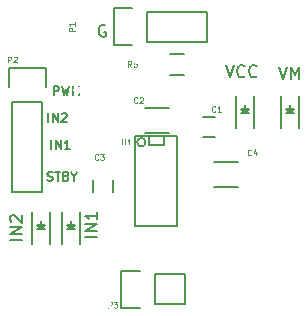
<source format=gto>
G04 #@! TF.FileFunction,Legend,Top*
%FSLAX46Y46*%
G04 Gerber Fmt 4.6, Leading zero omitted, Abs format (unit mm)*
G04 Created by KiCad (PCBNEW 0.201509151501+6198~30~ubuntu14.04.1-product) date Sun 04 Oct 2015 11:46:26 PM EDT*
%MOMM*%
G01*
G04 APERTURE LIST*
%ADD10C,0.100000*%
%ADD11C,0.152400*%
%ADD12C,0.203200*%
%ADD13C,0.150000*%
%ADD14C,0.685800*%
%ADD15R,1.000000X1.600000*%
%ADD16R,1.000000X1.250000*%
%ADD17R,1.250000X1.000000*%
%ADD18R,2.032000X1.727200*%
%ADD19O,2.032000X1.727200*%
%ADD20R,2.032000X2.032000*%
%ADD21O,2.032000X2.032000*%
%ADD22R,1.270000X0.406400*%
%ADD23R,1.198880X1.198880*%
%ADD24R,1.500000X1.300000*%
%ADD25R,1.727200X2.032000*%
%ADD26O,1.727200X2.032000*%
G04 APERTURE END LIST*
D10*
D11*
X155520572Y-113501714D02*
X155520572Y-112739714D01*
X155810857Y-112739714D01*
X155883429Y-112776000D01*
X155919714Y-112812286D01*
X155956000Y-112884857D01*
X155956000Y-112993714D01*
X155919714Y-113066286D01*
X155883429Y-113102571D01*
X155810857Y-113138857D01*
X155520572Y-113138857D01*
X156210000Y-112739714D02*
X156391429Y-113501714D01*
X156536572Y-112957429D01*
X156681714Y-113501714D01*
X156863143Y-112739714D01*
X157153429Y-113501714D02*
X157153429Y-112739714D01*
X157407429Y-113284000D01*
X157661429Y-112739714D01*
X157661429Y-113501714D01*
X155067001Y-115787714D02*
X155067001Y-115025714D01*
X155429858Y-115787714D02*
X155429858Y-115025714D01*
X155865286Y-115787714D01*
X155865286Y-115025714D01*
X156191858Y-115098286D02*
X156228144Y-115062000D01*
X156300715Y-115025714D01*
X156482144Y-115025714D01*
X156554715Y-115062000D01*
X156591001Y-115098286D01*
X156627286Y-115170857D01*
X156627286Y-115243429D01*
X156591001Y-115352286D01*
X156155572Y-115787714D01*
X156627286Y-115787714D01*
X155321001Y-118073714D02*
X155321001Y-117311714D01*
X155683858Y-118073714D02*
X155683858Y-117311714D01*
X156119286Y-118073714D01*
X156119286Y-117311714D01*
X156881286Y-118073714D02*
X156445858Y-118073714D01*
X156663572Y-118073714D02*
X156663572Y-117311714D01*
X156591001Y-117420571D01*
X156518429Y-117493143D01*
X156445858Y-117529429D01*
X154994429Y-120704429D02*
X155103286Y-120740714D01*
X155284715Y-120740714D01*
X155357286Y-120704429D01*
X155393572Y-120668143D01*
X155429857Y-120595571D01*
X155429857Y-120523000D01*
X155393572Y-120450429D01*
X155357286Y-120414143D01*
X155284715Y-120377857D01*
X155139572Y-120341571D01*
X155067000Y-120305286D01*
X155030715Y-120269000D01*
X154994429Y-120196429D01*
X154994429Y-120123857D01*
X155030715Y-120051286D01*
X155067000Y-120015000D01*
X155139572Y-119978714D01*
X155321000Y-119978714D01*
X155429857Y-120015000D01*
X155647571Y-119978714D02*
X156083000Y-119978714D01*
X155865286Y-120740714D02*
X155865286Y-119978714D01*
X156591000Y-120341571D02*
X156699857Y-120377857D01*
X156736142Y-120414143D01*
X156772428Y-120486714D01*
X156772428Y-120595571D01*
X156736142Y-120668143D01*
X156699857Y-120704429D01*
X156627285Y-120740714D01*
X156337000Y-120740714D01*
X156337000Y-119978714D01*
X156591000Y-119978714D01*
X156663571Y-120015000D01*
X156699857Y-120051286D01*
X156736142Y-120123857D01*
X156736142Y-120196429D01*
X156699857Y-120269000D01*
X156663571Y-120305286D01*
X156591000Y-120341571D01*
X156337000Y-120341571D01*
X157244142Y-120377857D02*
X157244142Y-120740714D01*
X156990142Y-119978714D02*
X157244142Y-120377857D01*
X157498142Y-119978714D01*
D12*
X159905095Y-107569000D02*
X159808333Y-107520619D01*
X159663190Y-107520619D01*
X159518048Y-107569000D01*
X159421286Y-107665762D01*
X159372905Y-107762524D01*
X159324524Y-107956048D01*
X159324524Y-108101190D01*
X159372905Y-108294714D01*
X159421286Y-108391476D01*
X159518048Y-108488238D01*
X159663190Y-108536619D01*
X159759952Y-108536619D01*
X159905095Y-108488238D01*
X159953476Y-108439857D01*
X159953476Y-108101190D01*
X159759952Y-108101190D01*
X159209619Y-125476000D02*
X158193619Y-125476000D01*
X159209619Y-124992190D02*
X158193619Y-124992190D01*
X159209619Y-124411619D01*
X158193619Y-124411619D01*
X159209619Y-123395619D02*
X159209619Y-123976190D01*
X159209619Y-123685904D02*
X158193619Y-123685904D01*
X158338762Y-123782666D01*
X158435524Y-123879428D01*
X158483905Y-123976190D01*
X152859619Y-125730000D02*
X151843619Y-125730000D01*
X152859619Y-125246190D02*
X151843619Y-125246190D01*
X152859619Y-124665619D01*
X151843619Y-124665619D01*
X151940381Y-124230190D02*
X151892000Y-124181809D01*
X151843619Y-124085047D01*
X151843619Y-123843143D01*
X151892000Y-123746381D01*
X151940381Y-123698000D01*
X152037143Y-123649619D01*
X152133905Y-123649619D01*
X152279048Y-123698000D01*
X152859619Y-124278571D01*
X152859619Y-123649619D01*
X174594762Y-111076619D02*
X174933429Y-112092619D01*
X175272095Y-111076619D01*
X175610762Y-112092619D02*
X175610762Y-111076619D01*
X175949428Y-111802333D01*
X176288095Y-111076619D01*
X176288095Y-112092619D01*
X170095334Y-110949619D02*
X170434001Y-111965619D01*
X170772667Y-110949619D01*
X171691905Y-111868857D02*
X171643524Y-111917238D01*
X171498381Y-111965619D01*
X171401619Y-111965619D01*
X171256477Y-111917238D01*
X171159715Y-111820476D01*
X171111334Y-111723714D01*
X171062953Y-111530190D01*
X171062953Y-111385048D01*
X171111334Y-111191524D01*
X171159715Y-111094762D01*
X171256477Y-110998000D01*
X171401619Y-110949619D01*
X171498381Y-110949619D01*
X171643524Y-110998000D01*
X171691905Y-111046381D01*
X172707905Y-111868857D02*
X172659524Y-111917238D01*
X172514381Y-111965619D01*
X172417619Y-111965619D01*
X172272477Y-111917238D01*
X172175715Y-111820476D01*
X172127334Y-111723714D01*
X172078953Y-111530190D01*
X172078953Y-111385048D01*
X172127334Y-111191524D01*
X172175715Y-111094762D01*
X172272477Y-110998000D01*
X172417619Y-110949619D01*
X172514381Y-110949619D01*
X172659524Y-110998000D01*
X172707905Y-111046381D01*
D13*
X171116500Y-119180500D02*
X169116500Y-119180500D01*
X169116500Y-121230500D02*
X171116500Y-121230500D01*
X169156000Y-115329600D02*
X168156000Y-115329600D01*
X168156000Y-117029600D02*
X169156000Y-117029600D01*
X163274500Y-116658500D02*
X165274500Y-116658500D01*
X165274500Y-114608500D02*
X163274500Y-114608500D01*
X160552500Y-121658000D02*
X160552500Y-120658000D01*
X158852500Y-120658000D02*
X158852500Y-121658000D01*
X152019000Y-114046000D02*
X152019000Y-121666000D01*
X154559000Y-114046000D02*
X154559000Y-121666000D01*
X154839000Y-111226000D02*
X154839000Y-112776000D01*
X152019000Y-121666000D02*
X154559000Y-121666000D01*
X154559000Y-114046000D02*
X152019000Y-114046000D01*
X151739000Y-112776000D02*
X151739000Y-111226000D01*
X151739000Y-111226000D02*
X154839000Y-111226000D01*
X164084000Y-128651000D02*
X166624000Y-128651000D01*
X161264000Y-128371000D02*
X162814000Y-128371000D01*
X164084000Y-128651000D02*
X164084000Y-131191000D01*
X162814000Y-131471000D02*
X161264000Y-131471000D01*
X161264000Y-131471000D02*
X161264000Y-128371000D01*
X164084000Y-131191000D02*
X166624000Y-131191000D01*
X166624000Y-131191000D02*
X166624000Y-128651000D01*
X165989000Y-124587000D02*
X165989000Y-116967000D01*
X162433000Y-116967000D02*
X162433000Y-124587000D01*
X165989000Y-124587000D02*
X162433000Y-124587000D01*
X162433000Y-116967000D02*
X165989000Y-116967000D01*
X163300210Y-117475000D02*
G75*
G03X163300210Y-117475000I-359210J0D01*
G01*
X164846000Y-116967000D02*
X164846000Y-117729000D01*
X164846000Y-117729000D02*
X163576000Y-117729000D01*
X163576000Y-117729000D02*
X163576000Y-116967000D01*
X176264000Y-116281000D02*
X176264000Y-113581000D01*
X174764000Y-116281000D02*
X174764000Y-113581000D01*
X175664000Y-114781000D02*
X175414000Y-114781000D01*
X175414000Y-114781000D02*
X175564000Y-114931000D01*
X175164000Y-115031000D02*
X175864000Y-115031000D01*
X175514000Y-114681000D02*
X175514000Y-114331000D01*
X175514000Y-115031000D02*
X175164000Y-114681000D01*
X175164000Y-114681000D02*
X175864000Y-114681000D01*
X175864000Y-114681000D02*
X175514000Y-115031000D01*
X172454000Y-116281000D02*
X172454000Y-113581000D01*
X170954000Y-116281000D02*
X170954000Y-113581000D01*
X171854000Y-114781000D02*
X171604000Y-114781000D01*
X171604000Y-114781000D02*
X171754000Y-114931000D01*
X171354000Y-115031000D02*
X172054000Y-115031000D01*
X171704000Y-114681000D02*
X171704000Y-114331000D01*
X171704000Y-115031000D02*
X171354000Y-114681000D01*
X171354000Y-114681000D02*
X172054000Y-114681000D01*
X172054000Y-114681000D02*
X171704000Y-115031000D01*
X157722000Y-126060000D02*
X157722000Y-123360000D01*
X156222000Y-126060000D02*
X156222000Y-123360000D01*
X157122000Y-124560000D02*
X156872000Y-124560000D01*
X156872000Y-124560000D02*
X157022000Y-124710000D01*
X156622000Y-124810000D02*
X157322000Y-124810000D01*
X156972000Y-124460000D02*
X156972000Y-124110000D01*
X156972000Y-124810000D02*
X156622000Y-124460000D01*
X156622000Y-124460000D02*
X157322000Y-124460000D01*
X157322000Y-124460000D02*
X156972000Y-124810000D01*
X155182000Y-126060000D02*
X155182000Y-123360000D01*
X153682000Y-126060000D02*
X153682000Y-123360000D01*
X154582000Y-124560000D02*
X154332000Y-124560000D01*
X154332000Y-124560000D02*
X154482000Y-124710000D01*
X154082000Y-124810000D02*
X154782000Y-124810000D01*
X154432000Y-124460000D02*
X154432000Y-124110000D01*
X154432000Y-124810000D02*
X154082000Y-124460000D01*
X154082000Y-124460000D02*
X154782000Y-124460000D01*
X154782000Y-124460000D02*
X154432000Y-124810000D01*
X165389000Y-109996000D02*
X166589000Y-109996000D01*
X166589000Y-111746000D02*
X165389000Y-111746000D01*
X163449000Y-108966000D02*
X168529000Y-108966000D01*
X168529000Y-108966000D02*
X168529000Y-106426000D01*
X168529000Y-106426000D02*
X163449000Y-106426000D01*
X160629000Y-106146000D02*
X162179000Y-106146000D01*
X163449000Y-106426000D02*
X163449000Y-108966000D01*
X162179000Y-109246000D02*
X160629000Y-109246000D01*
X160629000Y-109246000D02*
X160629000Y-106146000D01*
D10*
X172255667Y-118542571D02*
X172231857Y-118566381D01*
X172160429Y-118590190D01*
X172112810Y-118590190D01*
X172041381Y-118566381D01*
X171993762Y-118518762D01*
X171969953Y-118471143D01*
X171946143Y-118375905D01*
X171946143Y-118304476D01*
X171969953Y-118209238D01*
X171993762Y-118161619D01*
X172041381Y-118114000D01*
X172112810Y-118090190D01*
X172160429Y-118090190D01*
X172231857Y-118114000D01*
X172255667Y-118137810D01*
X172684238Y-118256857D02*
X172684238Y-118590190D01*
X172565191Y-118066381D02*
X172446143Y-118423524D01*
X172755667Y-118423524D01*
X169207667Y-114859571D02*
X169183857Y-114883381D01*
X169112429Y-114907190D01*
X169064810Y-114907190D01*
X168993381Y-114883381D01*
X168945762Y-114835762D01*
X168921953Y-114788143D01*
X168898143Y-114692905D01*
X168898143Y-114621476D01*
X168921953Y-114526238D01*
X168945762Y-114478619D01*
X168993381Y-114431000D01*
X169064810Y-114407190D01*
X169112429Y-114407190D01*
X169183857Y-114431000D01*
X169207667Y-114454810D01*
X169683857Y-114907190D02*
X169398143Y-114907190D01*
X169541000Y-114907190D02*
X169541000Y-114407190D01*
X169493381Y-114478619D01*
X169445762Y-114526238D01*
X169398143Y-114550048D01*
X162603667Y-114097571D02*
X162579857Y-114121381D01*
X162508429Y-114145190D01*
X162460810Y-114145190D01*
X162389381Y-114121381D01*
X162341762Y-114073762D01*
X162317953Y-114026143D01*
X162294143Y-113930905D01*
X162294143Y-113859476D01*
X162317953Y-113764238D01*
X162341762Y-113716619D01*
X162389381Y-113669000D01*
X162460810Y-113645190D01*
X162508429Y-113645190D01*
X162579857Y-113669000D01*
X162603667Y-113692810D01*
X162794143Y-113692810D02*
X162817953Y-113669000D01*
X162865572Y-113645190D01*
X162984619Y-113645190D01*
X163032238Y-113669000D01*
X163056048Y-113692810D01*
X163079857Y-113740429D01*
X163079857Y-113788048D01*
X163056048Y-113859476D01*
X162770334Y-114145190D01*
X163079857Y-114145190D01*
X159301667Y-118923571D02*
X159277857Y-118947381D01*
X159206429Y-118971190D01*
X159158810Y-118971190D01*
X159087381Y-118947381D01*
X159039762Y-118899762D01*
X159015953Y-118852143D01*
X158992143Y-118756905D01*
X158992143Y-118685476D01*
X159015953Y-118590238D01*
X159039762Y-118542619D01*
X159087381Y-118495000D01*
X159158810Y-118471190D01*
X159206429Y-118471190D01*
X159277857Y-118495000D01*
X159301667Y-118518810D01*
X159468334Y-118471190D02*
X159777857Y-118471190D01*
X159611191Y-118661667D01*
X159682619Y-118661667D01*
X159730238Y-118685476D01*
X159754048Y-118709286D01*
X159777857Y-118756905D01*
X159777857Y-118875952D01*
X159754048Y-118923571D01*
X159730238Y-118947381D01*
X159682619Y-118971190D01*
X159539762Y-118971190D01*
X159492143Y-118947381D01*
X159468334Y-118923571D01*
X151649953Y-110716190D02*
X151649953Y-110216190D01*
X151840429Y-110216190D01*
X151888048Y-110240000D01*
X151911857Y-110263810D01*
X151935667Y-110311429D01*
X151935667Y-110382857D01*
X151911857Y-110430476D01*
X151888048Y-110454286D01*
X151840429Y-110478095D01*
X151649953Y-110478095D01*
X152126143Y-110263810D02*
X152149953Y-110240000D01*
X152197572Y-110216190D01*
X152316619Y-110216190D01*
X152364238Y-110240000D01*
X152388048Y-110263810D01*
X152411857Y-110311429D01*
X152411857Y-110359048D01*
X152388048Y-110430476D01*
X152102334Y-110716190D01*
X152411857Y-110716190D01*
X160158953Y-131480690D02*
X160158953Y-130980690D01*
X160349429Y-130980690D01*
X160397048Y-131004500D01*
X160420857Y-131028310D01*
X160444667Y-131075929D01*
X160444667Y-131147357D01*
X160420857Y-131194976D01*
X160397048Y-131218786D01*
X160349429Y-131242595D01*
X160158953Y-131242595D01*
X160611334Y-130980690D02*
X160920857Y-130980690D01*
X160754191Y-131171167D01*
X160825619Y-131171167D01*
X160873238Y-131194976D01*
X160897048Y-131218786D01*
X160920857Y-131266405D01*
X160920857Y-131385452D01*
X160897048Y-131433071D01*
X160873238Y-131456881D01*
X160825619Y-131480690D01*
X160682762Y-131480690D01*
X160635143Y-131456881D01*
X160611334Y-131433071D01*
X161290048Y-117201190D02*
X161290048Y-117605952D01*
X161313857Y-117653571D01*
X161337667Y-117677381D01*
X161385286Y-117701190D01*
X161480524Y-117701190D01*
X161528143Y-117677381D01*
X161551952Y-117653571D01*
X161575762Y-117605952D01*
X161575762Y-117201190D01*
X162075762Y-117701190D02*
X161790048Y-117701190D01*
X161932905Y-117701190D02*
X161932905Y-117201190D01*
X161885286Y-117272619D01*
X161837667Y-117320238D01*
X161790048Y-117344048D01*
X162095667Y-111097190D02*
X161929000Y-110859095D01*
X161809953Y-111097190D02*
X161809953Y-110597190D01*
X162000429Y-110597190D01*
X162048048Y-110621000D01*
X162071857Y-110644810D01*
X162095667Y-110692429D01*
X162095667Y-110763857D01*
X162071857Y-110811476D01*
X162048048Y-110835286D01*
X162000429Y-110859095D01*
X161809953Y-110859095D01*
X162548048Y-110597190D02*
X162309953Y-110597190D01*
X162286143Y-110835286D01*
X162309953Y-110811476D01*
X162357572Y-110787667D01*
X162476619Y-110787667D01*
X162524238Y-110811476D01*
X162548048Y-110835286D01*
X162571857Y-110882905D01*
X162571857Y-111001952D01*
X162548048Y-111049571D01*
X162524238Y-111073381D01*
X162476619Y-111097190D01*
X162357572Y-111097190D01*
X162309953Y-111073381D01*
X162286143Y-111049571D01*
X157305190Y-108065047D02*
X156805190Y-108065047D01*
X156805190Y-107874571D01*
X156829000Y-107826952D01*
X156852810Y-107803143D01*
X156900429Y-107779333D01*
X156971857Y-107779333D01*
X157019476Y-107803143D01*
X157043286Y-107826952D01*
X157067095Y-107874571D01*
X157067095Y-108065047D01*
X157305190Y-107303143D02*
X157305190Y-107588857D01*
X157305190Y-107446000D02*
X156805190Y-107446000D01*
X156876619Y-107493619D01*
X156924238Y-107541238D01*
X156948048Y-107588857D01*
%LPC*%
D14*
X160147000Y-132461000D03*
X158877000Y-132461000D03*
X157607000Y-132461000D03*
X160147000Y-131191000D03*
X158877000Y-131191000D03*
X157607000Y-131191000D03*
X160147000Y-129921000D03*
X158877000Y-129921000D03*
X157607000Y-129921000D03*
X160147000Y-128651000D03*
X158877000Y-128651000D03*
X157607000Y-128651000D03*
X176149000Y-118745000D03*
X173609000Y-118745000D03*
X167132000Y-127381000D03*
X167132000Y-131064000D03*
X161290000Y-126111000D03*
X171069000Y-131064000D03*
X169799000Y-131064000D03*
X168529000Y-131064000D03*
X174879000Y-118745000D03*
X167132000Y-125984000D03*
X167132000Y-128524000D03*
X167132000Y-129794000D03*
X161290000Y-127254000D03*
X171069000Y-129794000D03*
X169799000Y-129794000D03*
X168529000Y-129794000D03*
X173609000Y-120015000D03*
X162433000Y-127254000D03*
X161290000Y-124968000D03*
X162433000Y-126111000D03*
X162433000Y-124968000D03*
X171069000Y-128524000D03*
X169799000Y-128524000D03*
X168529000Y-128524000D03*
X174879000Y-120015000D03*
X176149000Y-127254000D03*
X174879000Y-127254000D03*
X173609000Y-127254000D03*
X172339000Y-127254000D03*
X171069000Y-127254000D03*
X169799000Y-127254000D03*
X168529000Y-127254000D03*
X176149000Y-120015000D03*
X176149000Y-125984000D03*
X174879000Y-125984000D03*
X173609000Y-125984000D03*
X172339000Y-125984000D03*
X171069000Y-125984000D03*
X169799000Y-125984000D03*
X168529000Y-125984000D03*
X176149000Y-121158000D03*
X176149000Y-124714000D03*
X174879000Y-124714000D03*
X173609000Y-124714000D03*
X172339000Y-124714000D03*
X171069000Y-124714000D03*
X169799000Y-124714000D03*
X168529000Y-124714000D03*
X174879000Y-121031000D03*
X176149000Y-123444000D03*
X174879000Y-123444000D03*
X173609000Y-123444000D03*
X172339000Y-123444000D03*
X171069000Y-123444000D03*
X169799000Y-123444000D03*
X168529000Y-123444000D03*
X173609000Y-121031000D03*
X176149000Y-122174000D03*
X174879000Y-122174000D03*
X173609000Y-122174000D03*
X172339000Y-122174000D03*
X171069000Y-122174000D03*
X169799000Y-122174000D03*
X168529000Y-122174000D03*
X163957000Y-113030000D03*
X161290000Y-115570000D03*
X160020000Y-115570000D03*
X158750000Y-115570000D03*
X157480000Y-115570000D03*
X163957000Y-114046000D03*
X161290000Y-114300000D03*
X160020000Y-114300000D03*
X158750000Y-114300000D03*
X157480000Y-114300000D03*
X162560000Y-113030000D03*
X161290000Y-113030000D03*
X160020000Y-113030000D03*
X158750000Y-113030000D03*
X157480000Y-113030000D03*
X162560000Y-111760000D03*
X161290000Y-111760000D03*
X160020000Y-111760000D03*
X158750000Y-111760000D03*
X157480000Y-111760000D03*
X162560000Y-110490000D03*
X161290000Y-110490000D03*
X160020000Y-110490000D03*
X158750000Y-110490000D03*
D15*
X168616500Y-120205500D03*
X171616500Y-120205500D03*
D16*
X167656000Y-116179600D03*
X169656000Y-116179600D03*
D15*
X165774500Y-115633500D03*
X162774500Y-115633500D03*
D17*
X159702500Y-120158000D03*
X159702500Y-122158000D03*
D18*
X153289000Y-112776000D03*
D19*
X153289000Y-115316000D03*
X153289000Y-117856000D03*
X153289000Y-120396000D03*
D20*
X162814000Y-129921000D03*
D21*
X165354000Y-129921000D03*
D22*
X161544000Y-117856000D03*
X161544000Y-118491000D03*
X161544000Y-119151400D03*
X161544000Y-119811800D03*
X161544000Y-120446800D03*
X161544000Y-121107200D03*
X161544000Y-121767600D03*
X161544000Y-122402600D03*
X161544000Y-123063000D03*
X161544000Y-123698000D03*
X166878000Y-123698000D03*
X166878000Y-123063000D03*
X166878000Y-122402600D03*
X166878000Y-121767600D03*
X166878000Y-121107200D03*
X166878000Y-120446800D03*
X166878000Y-119811800D03*
X166878000Y-119151400D03*
X166878000Y-118491000D03*
X166878000Y-117856000D03*
D23*
X175514000Y-113631980D03*
X175514000Y-115730020D03*
X171704000Y-113631980D03*
X171704000Y-115730020D03*
X156972000Y-123410980D03*
X156972000Y-125509020D03*
X154432000Y-123410980D03*
X154432000Y-125509020D03*
D24*
X167339000Y-110871000D03*
X164639000Y-110871000D03*
D25*
X162179000Y-107696000D03*
D26*
X164719000Y-107696000D03*
X167259000Y-107696000D03*
D14*
X157480000Y-110490000D03*
M02*

</source>
